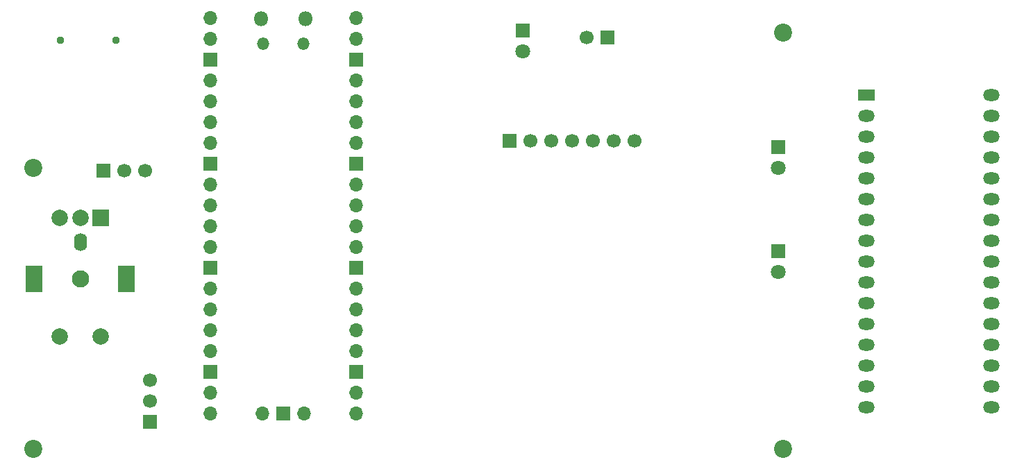
<source format=gbr>
%TF.GenerationSoftware,KiCad,Pcbnew,9.0.4*%
%TF.CreationDate,2025-09-26T12:58:40-07:00*%
%TF.ProjectId,SD-PGMR,53442d50-474d-4522-9e6b-696361645f70,v1.0*%
%TF.SameCoordinates,Original*%
%TF.FileFunction,Soldermask,Bot*%
%TF.FilePolarity,Negative*%
%FSLAX46Y46*%
G04 Gerber Fmt 4.6, Leading zero omitted, Abs format (unit mm)*
G04 Created by KiCad (PCBNEW 9.0.4) date 2025-09-26 12:58:40*
%MOMM*%
%LPD*%
G01*
G04 APERTURE LIST*
%ADD10C,2.200000*%
%ADD11R,1.700000X1.700000*%
%ADD12C,1.700000*%
%ADD13R,2.000000X1.440000*%
%ADD14O,2.000000X1.440000*%
%ADD15O,1.800000X1.800000*%
%ADD16O,1.500000X1.500000*%
%ADD17O,1.700000X1.700000*%
%ADD18C,0.950000*%
%ADD19O,1.600000X2.200000*%
%ADD20C,2.100000*%
%ADD21R,2.000000X2.000000*%
%ADD22C,2.000000*%
%ADD23R,2.000000X3.200000*%
%ADD24R,1.800000X1.800000*%
%ADD25C,1.800000*%
G04 APERTURE END LIST*
D10*
%TO.C,H4*%
X171450000Y-81280000D03*
%TD*%
%TO.C,H3*%
X171450000Y-132080000D03*
%TD*%
%TO.C,H2*%
X80010000Y-132080000D03*
%TD*%
%TO.C,H1*%
X80010000Y-97790000D03*
%TD*%
D11*
%TO.C,J4*%
X94234000Y-128778000D03*
D12*
X94234000Y-126238000D03*
X94234000Y-123698000D03*
%TD*%
D13*
%TO.C,U10*%
X181610000Y-88900000D03*
D14*
X181610000Y-91440000D03*
X181610000Y-93980000D03*
X181610000Y-96520000D03*
X181610000Y-99060000D03*
X181610000Y-101600000D03*
X181610000Y-104140000D03*
X181610000Y-106680000D03*
X181610000Y-109220000D03*
X181610000Y-111760000D03*
X181610000Y-114300000D03*
X181610000Y-116840000D03*
X181610000Y-119380000D03*
X181610000Y-121920000D03*
X181610000Y-124460000D03*
X181610000Y-127000000D03*
X196850000Y-127000000D03*
X196850000Y-124460000D03*
X196850000Y-121920000D03*
X196850000Y-119380000D03*
X196850000Y-116840000D03*
X196850000Y-114300000D03*
X196850000Y-111760000D03*
X196850000Y-109220000D03*
X196850000Y-106680000D03*
X196850000Y-104140000D03*
X196850000Y-101600000D03*
X196850000Y-99060000D03*
X196850000Y-96520000D03*
X196850000Y-93980000D03*
X196850000Y-91440000D03*
X196850000Y-88900000D03*
%TD*%
D15*
%TO.C,U3*%
X107765000Y-79632000D03*
D16*
X108065000Y-82662000D03*
X112915000Y-82662000D03*
D15*
X113215000Y-79632000D03*
D17*
X101600000Y-79502000D03*
X101600000Y-82042000D03*
D11*
X101600000Y-84582000D03*
D17*
X101600000Y-87122000D03*
X101600000Y-89662000D03*
X101600000Y-92202000D03*
X101600000Y-94742000D03*
D11*
X101600000Y-97282000D03*
D17*
X101600000Y-99822000D03*
X101600000Y-102362000D03*
X101600000Y-104902000D03*
X101600000Y-107442000D03*
D11*
X101600000Y-109982000D03*
D17*
X101600000Y-112522000D03*
X101600000Y-115062000D03*
X101600000Y-117602000D03*
X101600000Y-120142000D03*
D11*
X101600000Y-122682000D03*
D17*
X101600000Y-125222000D03*
X101600000Y-127762000D03*
X119380000Y-127762000D03*
X119380000Y-125222000D03*
D11*
X119380000Y-122682000D03*
D17*
X119380000Y-120142000D03*
X119380000Y-117602000D03*
X119380000Y-115062000D03*
X119380000Y-112522000D03*
D11*
X119380000Y-109982000D03*
D17*
X119380000Y-107442000D03*
X119380000Y-104902000D03*
X119380000Y-102362000D03*
X119380000Y-99822000D03*
D11*
X119380000Y-97282000D03*
D17*
X119380000Y-94742000D03*
X119380000Y-92202000D03*
X119380000Y-89662000D03*
X119380000Y-87122000D03*
D11*
X119380000Y-84582000D03*
D17*
X119380000Y-82042000D03*
X119380000Y-79502000D03*
X107954000Y-127802000D03*
D11*
X110494000Y-127802000D03*
D17*
X113034000Y-127802000D03*
%TD*%
D18*
%TO.C,SD1*%
X90101000Y-82180000D03*
X83301000Y-82180000D03*
%TD*%
D19*
%TO.C,RE1*%
X85725000Y-106875000D03*
D20*
X85725000Y-111375000D03*
D21*
X88225000Y-103875000D03*
D22*
X83225000Y-103875000D03*
X85725000Y-103875000D03*
D23*
X91325000Y-111375000D03*
X80125000Y-111375000D03*
D22*
X83225000Y-118375000D03*
X88225000Y-118375000D03*
%TD*%
D24*
%TO.C,LED3*%
X170815000Y-107950000D03*
D25*
X170815000Y-110490000D03*
%TD*%
D24*
%TO.C,LED2*%
X139700000Y-81026000D03*
D25*
X139700000Y-83566000D03*
%TD*%
D24*
%TO.C,LED1*%
X170815000Y-95250000D03*
D25*
X170815000Y-97790000D03*
%TD*%
D11*
%TO.C,J3*%
X149992000Y-81915000D03*
D12*
X147452000Y-81915000D03*
%TD*%
D11*
%TO.C,J2*%
X88519000Y-98171000D03*
D12*
X91059000Y-98171000D03*
X93599000Y-98171000D03*
%TD*%
D11*
%TO.C,J1*%
X138083500Y-94488000D03*
D12*
X140623500Y-94488000D03*
X143163500Y-94488000D03*
X145703500Y-94488000D03*
X148243500Y-94488000D03*
X150783500Y-94488000D03*
X153323500Y-94488000D03*
%TD*%
M02*

</source>
